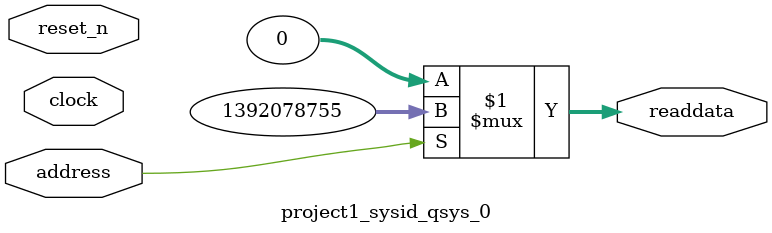
<source format=v>

`timescale 1ns / 1ps
// synthesis translate_on

// turn off superfluous verilog processor warnings 
// altera message_level Level1 
// altera message_off 10034 10035 10036 10037 10230 10240 10030 

module project1_sysid_qsys_0 (
               // inputs:
                address,
                clock,
                reset_n,

               // outputs:
                readdata
             )
;

  output  [ 31: 0] readdata;
  input            address;
  input            clock;
  input            reset_n;

  wire    [ 31: 0] readdata;
  //control_slave, which is an e_avalon_slave
  assign readdata = address ? 1392078755 : 0;

endmodule




</source>
